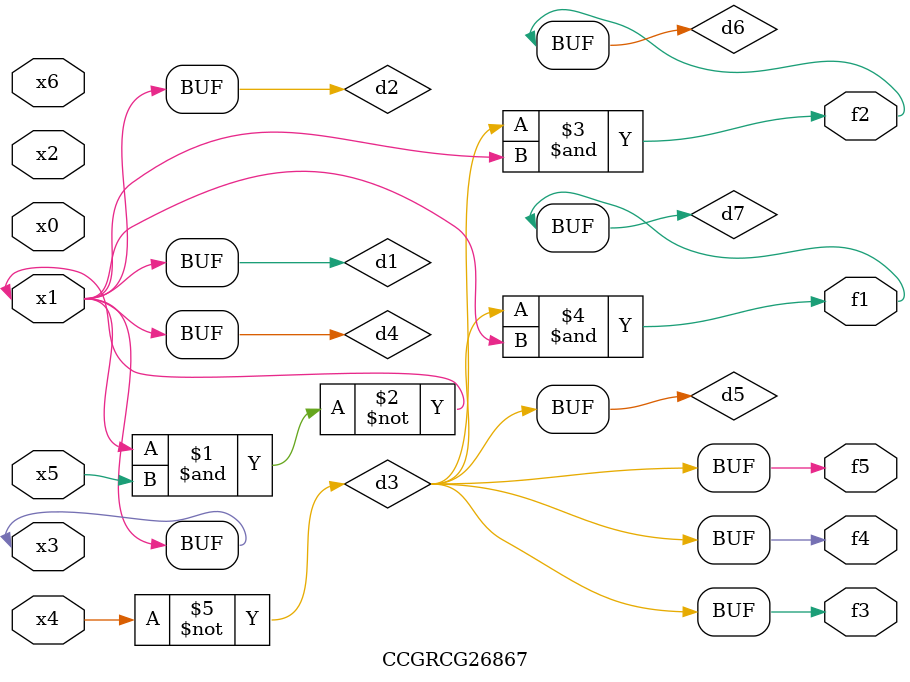
<source format=v>
module CCGRCG26867(
	input x0, x1, x2, x3, x4, x5, x6,
	output f1, f2, f3, f4, f5
);

	wire d1, d2, d3, d4, d5, d6, d7;

	buf (d1, x1, x3);
	nand (d2, x1, x5);
	not (d3, x4);
	buf (d4, d1, d2);
	buf (d5, d3);
	and (d6, d3, d4);
	and (d7, d3, d4);
	assign f1 = d7;
	assign f2 = d6;
	assign f3 = d5;
	assign f4 = d5;
	assign f5 = d5;
endmodule

</source>
